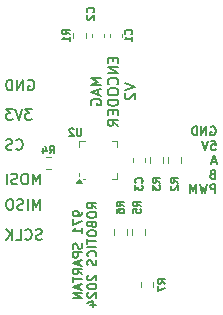
<source format=gbr>
%TF.GenerationSoftware,KiCad,Pcbnew,8.0.4-8.0.4-0~ubuntu22.04.1*%
%TF.CreationDate,2024-08-31T09:44:12-07:00*%
%TF.ProjectId,mag-encoder,6d61672d-656e-4636-9f64-65722e6b6963,2*%
%TF.SameCoordinates,Original*%
%TF.FileFunction,Legend,Bot*%
%TF.FilePolarity,Positive*%
%FSLAX46Y46*%
G04 Gerber Fmt 4.6, Leading zero omitted, Abs format (unit mm)*
G04 Created by KiCad (PCBNEW 8.0.4-8.0.4-0~ubuntu22.04.1) date 2024-08-31 09:44:12*
%MOMM*%
%LPD*%
G01*
G04 APERTURE LIST*
%ADD10C,0.152400*%
%ADD11C,0.127000*%
%ADD12C,0.120000*%
G04 APERTURE END LIST*
D10*
X223620263Y-122619677D02*
X223662596Y-122662011D01*
X223662596Y-122662011D02*
X223789596Y-122704344D01*
X223789596Y-122704344D02*
X223874263Y-122704344D01*
X223874263Y-122704344D02*
X224001263Y-122662011D01*
X224001263Y-122662011D02*
X224085930Y-122577344D01*
X224085930Y-122577344D02*
X224128263Y-122492677D01*
X224128263Y-122492677D02*
X224170596Y-122323344D01*
X224170596Y-122323344D02*
X224170596Y-122196344D01*
X224170596Y-122196344D02*
X224128263Y-122027011D01*
X224128263Y-122027011D02*
X224085930Y-121942344D01*
X224085930Y-121942344D02*
X224001263Y-121857677D01*
X224001263Y-121857677D02*
X223874263Y-121815344D01*
X223874263Y-121815344D02*
X223789596Y-121815344D01*
X223789596Y-121815344D02*
X223662596Y-121857677D01*
X223662596Y-121857677D02*
X223620263Y-121900011D01*
X223281596Y-122662011D02*
X223154596Y-122704344D01*
X223154596Y-122704344D02*
X222942930Y-122704344D01*
X222942930Y-122704344D02*
X222858263Y-122662011D01*
X222858263Y-122662011D02*
X222815930Y-122619677D01*
X222815930Y-122619677D02*
X222773596Y-122535011D01*
X222773596Y-122535011D02*
X222773596Y-122450344D01*
X222773596Y-122450344D02*
X222815930Y-122365677D01*
X222815930Y-122365677D02*
X222858263Y-122323344D01*
X222858263Y-122323344D02*
X222942930Y-122281011D01*
X222942930Y-122281011D02*
X223112263Y-122238677D01*
X223112263Y-122238677D02*
X223196930Y-122196344D01*
X223196930Y-122196344D02*
X223239263Y-122154011D01*
X223239263Y-122154011D02*
X223281596Y-122069344D01*
X223281596Y-122069344D02*
X223281596Y-121984677D01*
X223281596Y-121984677D02*
X223239263Y-121900011D01*
X223239263Y-121900011D02*
X223196930Y-121857677D01*
X223196930Y-121857677D02*
X223112263Y-121815344D01*
X223112263Y-121815344D02*
X222900596Y-121815344D01*
X222900596Y-121815344D02*
X222773596Y-121857677D01*
X224636262Y-116803077D02*
X224720929Y-116760744D01*
X224720929Y-116760744D02*
X224847929Y-116760744D01*
X224847929Y-116760744D02*
X224974929Y-116803077D01*
X224974929Y-116803077D02*
X225059596Y-116887744D01*
X225059596Y-116887744D02*
X225101929Y-116972411D01*
X225101929Y-116972411D02*
X225144262Y-117141744D01*
X225144262Y-117141744D02*
X225144262Y-117268744D01*
X225144262Y-117268744D02*
X225101929Y-117438077D01*
X225101929Y-117438077D02*
X225059596Y-117522744D01*
X225059596Y-117522744D02*
X224974929Y-117607411D01*
X224974929Y-117607411D02*
X224847929Y-117649744D01*
X224847929Y-117649744D02*
X224763262Y-117649744D01*
X224763262Y-117649744D02*
X224636262Y-117607411D01*
X224636262Y-117607411D02*
X224593929Y-117565077D01*
X224593929Y-117565077D02*
X224593929Y-117268744D01*
X224593929Y-117268744D02*
X224763262Y-117268744D01*
X224212929Y-117649744D02*
X224212929Y-116760744D01*
X224212929Y-116760744D02*
X223704929Y-117649744D01*
X223704929Y-117649744D02*
X223704929Y-116760744D01*
X223281596Y-117649744D02*
X223281596Y-116760744D01*
X223281596Y-116760744D02*
X223069929Y-116760744D01*
X223069929Y-116760744D02*
X222942929Y-116803077D01*
X222942929Y-116803077D02*
X222858263Y-116887744D01*
X222858263Y-116887744D02*
X222815929Y-116972411D01*
X222815929Y-116972411D02*
X222773596Y-117141744D01*
X222773596Y-117141744D02*
X222773596Y-117268744D01*
X222773596Y-117268744D02*
X222815929Y-117438077D01*
X222815929Y-117438077D02*
X222858263Y-117522744D01*
X222858263Y-117522744D02*
X222942929Y-117607411D01*
X222942929Y-117607411D02*
X223069929Y-117649744D01*
X223069929Y-117649744D02*
X223281596Y-117649744D01*
X225609929Y-127784344D02*
X225609929Y-126895344D01*
X225609929Y-126895344D02*
X225313596Y-127530344D01*
X225313596Y-127530344D02*
X225017262Y-126895344D01*
X225017262Y-126895344D02*
X225017262Y-127784344D01*
X224593929Y-127784344D02*
X224593929Y-126895344D01*
X224212929Y-127742011D02*
X224085929Y-127784344D01*
X224085929Y-127784344D02*
X223874263Y-127784344D01*
X223874263Y-127784344D02*
X223789596Y-127742011D01*
X223789596Y-127742011D02*
X223747263Y-127699677D01*
X223747263Y-127699677D02*
X223704929Y-127615011D01*
X223704929Y-127615011D02*
X223704929Y-127530344D01*
X223704929Y-127530344D02*
X223747263Y-127445677D01*
X223747263Y-127445677D02*
X223789596Y-127403344D01*
X223789596Y-127403344D02*
X223874263Y-127361011D01*
X223874263Y-127361011D02*
X224043596Y-127318677D01*
X224043596Y-127318677D02*
X224128263Y-127276344D01*
X224128263Y-127276344D02*
X224170596Y-127234011D01*
X224170596Y-127234011D02*
X224212929Y-127149344D01*
X224212929Y-127149344D02*
X224212929Y-127064677D01*
X224212929Y-127064677D02*
X224170596Y-126980011D01*
X224170596Y-126980011D02*
X224128263Y-126937677D01*
X224128263Y-126937677D02*
X224043596Y-126895344D01*
X224043596Y-126895344D02*
X223831929Y-126895344D01*
X223831929Y-126895344D02*
X223704929Y-126937677D01*
X223154596Y-126895344D02*
X222985262Y-126895344D01*
X222985262Y-126895344D02*
X222900596Y-126937677D01*
X222900596Y-126937677D02*
X222815929Y-127022344D01*
X222815929Y-127022344D02*
X222773596Y-127191677D01*
X222773596Y-127191677D02*
X222773596Y-127488011D01*
X222773596Y-127488011D02*
X222815929Y-127657344D01*
X222815929Y-127657344D02*
X222900596Y-127742011D01*
X222900596Y-127742011D02*
X222985262Y-127784344D01*
X222985262Y-127784344D02*
X223154596Y-127784344D01*
X223154596Y-127784344D02*
X223239262Y-127742011D01*
X223239262Y-127742011D02*
X223323929Y-127657344D01*
X223323929Y-127657344D02*
X223366262Y-127488011D01*
X223366262Y-127488011D02*
X223366262Y-127191677D01*
X223366262Y-127191677D02*
X223323929Y-127022344D01*
X223323929Y-127022344D02*
X223239262Y-126937677D01*
X223239262Y-126937677D02*
X223154596Y-126895344D01*
X224932597Y-119275344D02*
X224382263Y-119275344D01*
X224382263Y-119275344D02*
X224678597Y-119614011D01*
X224678597Y-119614011D02*
X224551597Y-119614011D01*
X224551597Y-119614011D02*
X224466930Y-119656344D01*
X224466930Y-119656344D02*
X224424597Y-119698677D01*
X224424597Y-119698677D02*
X224382263Y-119783344D01*
X224382263Y-119783344D02*
X224382263Y-119995011D01*
X224382263Y-119995011D02*
X224424597Y-120079677D01*
X224424597Y-120079677D02*
X224466930Y-120122011D01*
X224466930Y-120122011D02*
X224551597Y-120164344D01*
X224551597Y-120164344D02*
X224805597Y-120164344D01*
X224805597Y-120164344D02*
X224890263Y-120122011D01*
X224890263Y-120122011D02*
X224932597Y-120079677D01*
X224128263Y-119275344D02*
X223831930Y-120164344D01*
X223831930Y-120164344D02*
X223535596Y-119275344D01*
X223323930Y-119275344D02*
X222773596Y-119275344D01*
X222773596Y-119275344D02*
X223069930Y-119614011D01*
X223069930Y-119614011D02*
X222942930Y-119614011D01*
X222942930Y-119614011D02*
X222858263Y-119656344D01*
X222858263Y-119656344D02*
X222815930Y-119698677D01*
X222815930Y-119698677D02*
X222773596Y-119783344D01*
X222773596Y-119783344D02*
X222773596Y-119995011D01*
X222773596Y-119995011D02*
X222815930Y-120079677D01*
X222815930Y-120079677D02*
X222858263Y-120122011D01*
X222858263Y-120122011D02*
X222942930Y-120164344D01*
X222942930Y-120164344D02*
X223196930Y-120164344D01*
X223196930Y-120164344D02*
X223281596Y-120122011D01*
X223281596Y-120122011D02*
X223323930Y-120079677D01*
X240085765Y-120761722D02*
X240158337Y-120725436D01*
X240158337Y-120725436D02*
X240267194Y-120725436D01*
X240267194Y-120725436D02*
X240376051Y-120761722D01*
X240376051Y-120761722D02*
X240448622Y-120834293D01*
X240448622Y-120834293D02*
X240484908Y-120906865D01*
X240484908Y-120906865D02*
X240521194Y-121052008D01*
X240521194Y-121052008D02*
X240521194Y-121160865D01*
X240521194Y-121160865D02*
X240484908Y-121306008D01*
X240484908Y-121306008D02*
X240448622Y-121378579D01*
X240448622Y-121378579D02*
X240376051Y-121451151D01*
X240376051Y-121451151D02*
X240267194Y-121487436D01*
X240267194Y-121487436D02*
X240194622Y-121487436D01*
X240194622Y-121487436D02*
X240085765Y-121451151D01*
X240085765Y-121451151D02*
X240049479Y-121414865D01*
X240049479Y-121414865D02*
X240049479Y-121160865D01*
X240049479Y-121160865D02*
X240194622Y-121160865D01*
X239722908Y-121487436D02*
X239722908Y-120725436D01*
X239722908Y-120725436D02*
X239287479Y-121487436D01*
X239287479Y-121487436D02*
X239287479Y-120725436D01*
X238924622Y-121487436D02*
X238924622Y-120725436D01*
X238924622Y-120725436D02*
X238743193Y-120725436D01*
X238743193Y-120725436D02*
X238634336Y-120761722D01*
X238634336Y-120761722D02*
X238561765Y-120834293D01*
X238561765Y-120834293D02*
X238525479Y-120906865D01*
X238525479Y-120906865D02*
X238489193Y-121052008D01*
X238489193Y-121052008D02*
X238489193Y-121160865D01*
X238489193Y-121160865D02*
X238525479Y-121306008D01*
X238525479Y-121306008D02*
X238561765Y-121378579D01*
X238561765Y-121378579D02*
X238634336Y-121451151D01*
X238634336Y-121451151D02*
X238743193Y-121487436D01*
X238743193Y-121487436D02*
X238924622Y-121487436D01*
X240122051Y-121952213D02*
X240484908Y-121952213D01*
X240484908Y-121952213D02*
X240521194Y-122315070D01*
X240521194Y-122315070D02*
X240484908Y-122278785D01*
X240484908Y-122278785D02*
X240412337Y-122242499D01*
X240412337Y-122242499D02*
X240230908Y-122242499D01*
X240230908Y-122242499D02*
X240158337Y-122278785D01*
X240158337Y-122278785D02*
X240122051Y-122315070D01*
X240122051Y-122315070D02*
X240085765Y-122387642D01*
X240085765Y-122387642D02*
X240085765Y-122569070D01*
X240085765Y-122569070D02*
X240122051Y-122641642D01*
X240122051Y-122641642D02*
X240158337Y-122677928D01*
X240158337Y-122677928D02*
X240230908Y-122714213D01*
X240230908Y-122714213D02*
X240412337Y-122714213D01*
X240412337Y-122714213D02*
X240484908Y-122677928D01*
X240484908Y-122677928D02*
X240521194Y-122641642D01*
X239868051Y-121952213D02*
X239614051Y-122714213D01*
X239614051Y-122714213D02*
X239360051Y-121952213D01*
X240521194Y-123723276D02*
X240158337Y-123723276D01*
X240593765Y-123940990D02*
X240339765Y-123178990D01*
X240339765Y-123178990D02*
X240085765Y-123940990D01*
X240230908Y-124768624D02*
X240122051Y-124804910D01*
X240122051Y-124804910D02*
X240085765Y-124841196D01*
X240085765Y-124841196D02*
X240049479Y-124913767D01*
X240049479Y-124913767D02*
X240049479Y-125022624D01*
X240049479Y-125022624D02*
X240085765Y-125095196D01*
X240085765Y-125095196D02*
X240122051Y-125131482D01*
X240122051Y-125131482D02*
X240194622Y-125167767D01*
X240194622Y-125167767D02*
X240484908Y-125167767D01*
X240484908Y-125167767D02*
X240484908Y-124405767D01*
X240484908Y-124405767D02*
X240230908Y-124405767D01*
X240230908Y-124405767D02*
X240158337Y-124442053D01*
X240158337Y-124442053D02*
X240122051Y-124478339D01*
X240122051Y-124478339D02*
X240085765Y-124550910D01*
X240085765Y-124550910D02*
X240085765Y-124623482D01*
X240085765Y-124623482D02*
X240122051Y-124696053D01*
X240122051Y-124696053D02*
X240158337Y-124732339D01*
X240158337Y-124732339D02*
X240230908Y-124768624D01*
X240230908Y-124768624D02*
X240484908Y-124768624D01*
X240484908Y-126394544D02*
X240484908Y-125632544D01*
X240484908Y-125632544D02*
X240194622Y-125632544D01*
X240194622Y-125632544D02*
X240122051Y-125668830D01*
X240122051Y-125668830D02*
X240085765Y-125705116D01*
X240085765Y-125705116D02*
X240049479Y-125777687D01*
X240049479Y-125777687D02*
X240049479Y-125886544D01*
X240049479Y-125886544D02*
X240085765Y-125959116D01*
X240085765Y-125959116D02*
X240122051Y-125995401D01*
X240122051Y-125995401D02*
X240194622Y-126031687D01*
X240194622Y-126031687D02*
X240484908Y-126031687D01*
X239795479Y-125632544D02*
X239614051Y-126394544D01*
X239614051Y-126394544D02*
X239468908Y-125850259D01*
X239468908Y-125850259D02*
X239323765Y-126394544D01*
X239323765Y-126394544D02*
X239142337Y-125632544D01*
X238852051Y-126394544D02*
X238852051Y-125632544D01*
X238852051Y-125632544D02*
X238598051Y-126176830D01*
X238598051Y-126176830D02*
X238344051Y-125632544D01*
X238344051Y-125632544D02*
X238344051Y-126394544D01*
X229187160Y-127943429D02*
X229187160Y-128088572D01*
X229187160Y-128088572D02*
X229150875Y-128161143D01*
X229150875Y-128161143D02*
X229114589Y-128197429D01*
X229114589Y-128197429D02*
X229005732Y-128270000D01*
X229005732Y-128270000D02*
X228860589Y-128306286D01*
X228860589Y-128306286D02*
X228570303Y-128306286D01*
X228570303Y-128306286D02*
X228497732Y-128270000D01*
X228497732Y-128270000D02*
X228461446Y-128233715D01*
X228461446Y-128233715D02*
X228425160Y-128161143D01*
X228425160Y-128161143D02*
X228425160Y-128016000D01*
X228425160Y-128016000D02*
X228461446Y-127943429D01*
X228461446Y-127943429D02*
X228497732Y-127907143D01*
X228497732Y-127907143D02*
X228570303Y-127870857D01*
X228570303Y-127870857D02*
X228751732Y-127870857D01*
X228751732Y-127870857D02*
X228824303Y-127907143D01*
X228824303Y-127907143D02*
X228860589Y-127943429D01*
X228860589Y-127943429D02*
X228896875Y-128016000D01*
X228896875Y-128016000D02*
X228896875Y-128161143D01*
X228896875Y-128161143D02*
X228860589Y-128233715D01*
X228860589Y-128233715D02*
X228824303Y-128270000D01*
X228824303Y-128270000D02*
X228751732Y-128306286D01*
X228425160Y-128560286D02*
X228425160Y-129068286D01*
X228425160Y-129068286D02*
X229187160Y-128741714D01*
X229187160Y-129757714D02*
X229187160Y-129322285D01*
X229187160Y-129540000D02*
X228425160Y-129540000D01*
X228425160Y-129540000D02*
X228534017Y-129467428D01*
X228534017Y-129467428D02*
X228606589Y-129394857D01*
X228606589Y-129394857D02*
X228642875Y-129322285D01*
X229150875Y-130628570D02*
X229187160Y-130737428D01*
X229187160Y-130737428D02*
X229187160Y-130918856D01*
X229187160Y-130918856D02*
X229150875Y-130991428D01*
X229150875Y-130991428D02*
X229114589Y-131027713D01*
X229114589Y-131027713D02*
X229042017Y-131063999D01*
X229042017Y-131063999D02*
X228969446Y-131063999D01*
X228969446Y-131063999D02*
X228896875Y-131027713D01*
X228896875Y-131027713D02*
X228860589Y-130991428D01*
X228860589Y-130991428D02*
X228824303Y-130918856D01*
X228824303Y-130918856D02*
X228788017Y-130773713D01*
X228788017Y-130773713D02*
X228751732Y-130701142D01*
X228751732Y-130701142D02*
X228715446Y-130664856D01*
X228715446Y-130664856D02*
X228642875Y-130628570D01*
X228642875Y-130628570D02*
X228570303Y-130628570D01*
X228570303Y-130628570D02*
X228497732Y-130664856D01*
X228497732Y-130664856D02*
X228461446Y-130701142D01*
X228461446Y-130701142D02*
X228425160Y-130773713D01*
X228425160Y-130773713D02*
X228425160Y-130955142D01*
X228425160Y-130955142D02*
X228461446Y-131063999D01*
X229187160Y-131390570D02*
X228425160Y-131390570D01*
X228425160Y-131390570D02*
X228425160Y-131680856D01*
X228425160Y-131680856D02*
X228461446Y-131753427D01*
X228461446Y-131753427D02*
X228497732Y-131789713D01*
X228497732Y-131789713D02*
X228570303Y-131825999D01*
X228570303Y-131825999D02*
X228679160Y-131825999D01*
X228679160Y-131825999D02*
X228751732Y-131789713D01*
X228751732Y-131789713D02*
X228788017Y-131753427D01*
X228788017Y-131753427D02*
X228824303Y-131680856D01*
X228824303Y-131680856D02*
X228824303Y-131390570D01*
X228969446Y-132116284D02*
X228969446Y-132479142D01*
X229187160Y-132043713D02*
X228425160Y-132297713D01*
X228425160Y-132297713D02*
X229187160Y-132551713D01*
X229187160Y-133241142D02*
X228824303Y-132987142D01*
X229187160Y-132805713D02*
X228425160Y-132805713D01*
X228425160Y-132805713D02*
X228425160Y-133095999D01*
X228425160Y-133095999D02*
X228461446Y-133168570D01*
X228461446Y-133168570D02*
X228497732Y-133204856D01*
X228497732Y-133204856D02*
X228570303Y-133241142D01*
X228570303Y-133241142D02*
X228679160Y-133241142D01*
X228679160Y-133241142D02*
X228751732Y-133204856D01*
X228751732Y-133204856D02*
X228788017Y-133168570D01*
X228788017Y-133168570D02*
X228824303Y-133095999D01*
X228824303Y-133095999D02*
X228824303Y-132805713D01*
X228425160Y-133458856D02*
X228425160Y-133894285D01*
X229187160Y-133676570D02*
X228425160Y-133676570D01*
X228969446Y-134111998D02*
X228969446Y-134474856D01*
X229187160Y-134039427D02*
X228425160Y-134293427D01*
X228425160Y-134293427D02*
X229187160Y-134547427D01*
X229187160Y-134801427D02*
X228425160Y-134801427D01*
X228425160Y-134801427D02*
X229187160Y-135236856D01*
X229187160Y-135236856D02*
X228425160Y-135236856D01*
X230413937Y-127671287D02*
X230051080Y-127417287D01*
X230413937Y-127235858D02*
X229651937Y-127235858D01*
X229651937Y-127235858D02*
X229651937Y-127526144D01*
X229651937Y-127526144D02*
X229688223Y-127598715D01*
X229688223Y-127598715D02*
X229724509Y-127635001D01*
X229724509Y-127635001D02*
X229797080Y-127671287D01*
X229797080Y-127671287D02*
X229905937Y-127671287D01*
X229905937Y-127671287D02*
X229978509Y-127635001D01*
X229978509Y-127635001D02*
X230014794Y-127598715D01*
X230014794Y-127598715D02*
X230051080Y-127526144D01*
X230051080Y-127526144D02*
X230051080Y-127235858D01*
X229651937Y-128143001D02*
X229651937Y-128288144D01*
X229651937Y-128288144D02*
X229688223Y-128360715D01*
X229688223Y-128360715D02*
X229760794Y-128433287D01*
X229760794Y-128433287D02*
X229905937Y-128469572D01*
X229905937Y-128469572D02*
X230159937Y-128469572D01*
X230159937Y-128469572D02*
X230305080Y-128433287D01*
X230305080Y-128433287D02*
X230377652Y-128360715D01*
X230377652Y-128360715D02*
X230413937Y-128288144D01*
X230413937Y-128288144D02*
X230413937Y-128143001D01*
X230413937Y-128143001D02*
X230377652Y-128070430D01*
X230377652Y-128070430D02*
X230305080Y-127997858D01*
X230305080Y-127997858D02*
X230159937Y-127961572D01*
X230159937Y-127961572D02*
X229905937Y-127961572D01*
X229905937Y-127961572D02*
X229760794Y-127997858D01*
X229760794Y-127997858D02*
X229688223Y-128070430D01*
X229688223Y-128070430D02*
X229651937Y-128143001D01*
X230014794Y-129050144D02*
X230051080Y-129159001D01*
X230051080Y-129159001D02*
X230087366Y-129195287D01*
X230087366Y-129195287D02*
X230159937Y-129231573D01*
X230159937Y-129231573D02*
X230268794Y-129231573D01*
X230268794Y-129231573D02*
X230341366Y-129195287D01*
X230341366Y-129195287D02*
X230377652Y-129159001D01*
X230377652Y-129159001D02*
X230413937Y-129086430D01*
X230413937Y-129086430D02*
X230413937Y-128796144D01*
X230413937Y-128796144D02*
X229651937Y-128796144D01*
X229651937Y-128796144D02*
X229651937Y-129050144D01*
X229651937Y-129050144D02*
X229688223Y-129122716D01*
X229688223Y-129122716D02*
X229724509Y-129159001D01*
X229724509Y-129159001D02*
X229797080Y-129195287D01*
X229797080Y-129195287D02*
X229869652Y-129195287D01*
X229869652Y-129195287D02*
X229942223Y-129159001D01*
X229942223Y-129159001D02*
X229978509Y-129122716D01*
X229978509Y-129122716D02*
X230014794Y-129050144D01*
X230014794Y-129050144D02*
X230014794Y-128796144D01*
X229651937Y-129703287D02*
X229651937Y-129848430D01*
X229651937Y-129848430D02*
X229688223Y-129921001D01*
X229688223Y-129921001D02*
X229760794Y-129993573D01*
X229760794Y-129993573D02*
X229905937Y-130029858D01*
X229905937Y-130029858D02*
X230159937Y-130029858D01*
X230159937Y-130029858D02*
X230305080Y-129993573D01*
X230305080Y-129993573D02*
X230377652Y-129921001D01*
X230377652Y-129921001D02*
X230413937Y-129848430D01*
X230413937Y-129848430D02*
X230413937Y-129703287D01*
X230413937Y-129703287D02*
X230377652Y-129630716D01*
X230377652Y-129630716D02*
X230305080Y-129558144D01*
X230305080Y-129558144D02*
X230159937Y-129521858D01*
X230159937Y-129521858D02*
X229905937Y-129521858D01*
X229905937Y-129521858D02*
X229760794Y-129558144D01*
X229760794Y-129558144D02*
X229688223Y-129630716D01*
X229688223Y-129630716D02*
X229651937Y-129703287D01*
X229651937Y-130247573D02*
X229651937Y-130683002D01*
X230413937Y-130465287D02*
X229651937Y-130465287D01*
X230413937Y-130937001D02*
X229651937Y-130937001D01*
X230341366Y-131735287D02*
X230377652Y-131699001D01*
X230377652Y-131699001D02*
X230413937Y-131590144D01*
X230413937Y-131590144D02*
X230413937Y-131517572D01*
X230413937Y-131517572D02*
X230377652Y-131408715D01*
X230377652Y-131408715D02*
X230305080Y-131336144D01*
X230305080Y-131336144D02*
X230232509Y-131299858D01*
X230232509Y-131299858D02*
X230087366Y-131263572D01*
X230087366Y-131263572D02*
X229978509Y-131263572D01*
X229978509Y-131263572D02*
X229833366Y-131299858D01*
X229833366Y-131299858D02*
X229760794Y-131336144D01*
X229760794Y-131336144D02*
X229688223Y-131408715D01*
X229688223Y-131408715D02*
X229651937Y-131517572D01*
X229651937Y-131517572D02*
X229651937Y-131590144D01*
X229651937Y-131590144D02*
X229688223Y-131699001D01*
X229688223Y-131699001D02*
X229724509Y-131735287D01*
X230377652Y-132025572D02*
X230413937Y-132134430D01*
X230413937Y-132134430D02*
X230413937Y-132315858D01*
X230413937Y-132315858D02*
X230377652Y-132388430D01*
X230377652Y-132388430D02*
X230341366Y-132424715D01*
X230341366Y-132424715D02*
X230268794Y-132461001D01*
X230268794Y-132461001D02*
X230196223Y-132461001D01*
X230196223Y-132461001D02*
X230123652Y-132424715D01*
X230123652Y-132424715D02*
X230087366Y-132388430D01*
X230087366Y-132388430D02*
X230051080Y-132315858D01*
X230051080Y-132315858D02*
X230014794Y-132170715D01*
X230014794Y-132170715D02*
X229978509Y-132098144D01*
X229978509Y-132098144D02*
X229942223Y-132061858D01*
X229942223Y-132061858D02*
X229869652Y-132025572D01*
X229869652Y-132025572D02*
X229797080Y-132025572D01*
X229797080Y-132025572D02*
X229724509Y-132061858D01*
X229724509Y-132061858D02*
X229688223Y-132098144D01*
X229688223Y-132098144D02*
X229651937Y-132170715D01*
X229651937Y-132170715D02*
X229651937Y-132352144D01*
X229651937Y-132352144D02*
X229688223Y-132461001D01*
X229724509Y-133331857D02*
X229688223Y-133368143D01*
X229688223Y-133368143D02*
X229651937Y-133440715D01*
X229651937Y-133440715D02*
X229651937Y-133622143D01*
X229651937Y-133622143D02*
X229688223Y-133694715D01*
X229688223Y-133694715D02*
X229724509Y-133731000D01*
X229724509Y-133731000D02*
X229797080Y-133767286D01*
X229797080Y-133767286D02*
X229869652Y-133767286D01*
X229869652Y-133767286D02*
X229978509Y-133731000D01*
X229978509Y-133731000D02*
X230413937Y-133295572D01*
X230413937Y-133295572D02*
X230413937Y-133767286D01*
X229651937Y-134239000D02*
X229651937Y-134311571D01*
X229651937Y-134311571D02*
X229688223Y-134384143D01*
X229688223Y-134384143D02*
X229724509Y-134420429D01*
X229724509Y-134420429D02*
X229797080Y-134456714D01*
X229797080Y-134456714D02*
X229942223Y-134493000D01*
X229942223Y-134493000D02*
X230123652Y-134493000D01*
X230123652Y-134493000D02*
X230268794Y-134456714D01*
X230268794Y-134456714D02*
X230341366Y-134420429D01*
X230341366Y-134420429D02*
X230377652Y-134384143D01*
X230377652Y-134384143D02*
X230413937Y-134311571D01*
X230413937Y-134311571D02*
X230413937Y-134239000D01*
X230413937Y-134239000D02*
X230377652Y-134166429D01*
X230377652Y-134166429D02*
X230341366Y-134130143D01*
X230341366Y-134130143D02*
X230268794Y-134093857D01*
X230268794Y-134093857D02*
X230123652Y-134057571D01*
X230123652Y-134057571D02*
X229942223Y-134057571D01*
X229942223Y-134057571D02*
X229797080Y-134093857D01*
X229797080Y-134093857D02*
X229724509Y-134130143D01*
X229724509Y-134130143D02*
X229688223Y-134166429D01*
X229688223Y-134166429D02*
X229651937Y-134239000D01*
X229724509Y-134783285D02*
X229688223Y-134819571D01*
X229688223Y-134819571D02*
X229651937Y-134892143D01*
X229651937Y-134892143D02*
X229651937Y-135073571D01*
X229651937Y-135073571D02*
X229688223Y-135146143D01*
X229688223Y-135146143D02*
X229724509Y-135182428D01*
X229724509Y-135182428D02*
X229797080Y-135218714D01*
X229797080Y-135218714D02*
X229869652Y-135218714D01*
X229869652Y-135218714D02*
X229978509Y-135182428D01*
X229978509Y-135182428D02*
X230413937Y-134747000D01*
X230413937Y-134747000D02*
X230413937Y-135218714D01*
X229905937Y-135871857D02*
X230413937Y-135871857D01*
X229615652Y-135690428D02*
X230159937Y-135508999D01*
X230159937Y-135508999D02*
X230159937Y-135980714D01*
X225609929Y-125625344D02*
X225609929Y-124736344D01*
X225609929Y-124736344D02*
X225313596Y-125371344D01*
X225313596Y-125371344D02*
X225017262Y-124736344D01*
X225017262Y-124736344D02*
X225017262Y-125625344D01*
X224424596Y-124736344D02*
X224255262Y-124736344D01*
X224255262Y-124736344D02*
X224170596Y-124778677D01*
X224170596Y-124778677D02*
X224085929Y-124863344D01*
X224085929Y-124863344D02*
X224043596Y-125032677D01*
X224043596Y-125032677D02*
X224043596Y-125329011D01*
X224043596Y-125329011D02*
X224085929Y-125498344D01*
X224085929Y-125498344D02*
X224170596Y-125583011D01*
X224170596Y-125583011D02*
X224255262Y-125625344D01*
X224255262Y-125625344D02*
X224424596Y-125625344D01*
X224424596Y-125625344D02*
X224509262Y-125583011D01*
X224509262Y-125583011D02*
X224593929Y-125498344D01*
X224593929Y-125498344D02*
X224636262Y-125329011D01*
X224636262Y-125329011D02*
X224636262Y-125032677D01*
X224636262Y-125032677D02*
X224593929Y-124863344D01*
X224593929Y-124863344D02*
X224509262Y-124778677D01*
X224509262Y-124778677D02*
X224424596Y-124736344D01*
X223704929Y-125583011D02*
X223577929Y-125625344D01*
X223577929Y-125625344D02*
X223366263Y-125625344D01*
X223366263Y-125625344D02*
X223281596Y-125583011D01*
X223281596Y-125583011D02*
X223239263Y-125540677D01*
X223239263Y-125540677D02*
X223196929Y-125456011D01*
X223196929Y-125456011D02*
X223196929Y-125371344D01*
X223196929Y-125371344D02*
X223239263Y-125286677D01*
X223239263Y-125286677D02*
X223281596Y-125244344D01*
X223281596Y-125244344D02*
X223366263Y-125202011D01*
X223366263Y-125202011D02*
X223535596Y-125159677D01*
X223535596Y-125159677D02*
X223620263Y-125117344D01*
X223620263Y-125117344D02*
X223662596Y-125075011D01*
X223662596Y-125075011D02*
X223704929Y-124990344D01*
X223704929Y-124990344D02*
X223704929Y-124905677D01*
X223704929Y-124905677D02*
X223662596Y-124821011D01*
X223662596Y-124821011D02*
X223620263Y-124778677D01*
X223620263Y-124778677D02*
X223535596Y-124736344D01*
X223535596Y-124736344D02*
X223323929Y-124736344D01*
X223323929Y-124736344D02*
X223196929Y-124778677D01*
X222815929Y-125625344D02*
X222815929Y-124736344D01*
X230823304Y-116657966D02*
X229934304Y-116657966D01*
X229934304Y-116657966D02*
X230569304Y-116954300D01*
X230569304Y-116954300D02*
X229934304Y-117250633D01*
X229934304Y-117250633D02*
X230823304Y-117250633D01*
X230569304Y-117631633D02*
X230569304Y-118054966D01*
X230823304Y-117546966D02*
X229934304Y-117843300D01*
X229934304Y-117843300D02*
X230823304Y-118139633D01*
X229976637Y-118901633D02*
X229934304Y-118816966D01*
X229934304Y-118816966D02*
X229934304Y-118689966D01*
X229934304Y-118689966D02*
X229976637Y-118562966D01*
X229976637Y-118562966D02*
X230061304Y-118478300D01*
X230061304Y-118478300D02*
X230145971Y-118435966D01*
X230145971Y-118435966D02*
X230315304Y-118393633D01*
X230315304Y-118393633D02*
X230442304Y-118393633D01*
X230442304Y-118393633D02*
X230611637Y-118435966D01*
X230611637Y-118435966D02*
X230696304Y-118478300D01*
X230696304Y-118478300D02*
X230780971Y-118562966D01*
X230780971Y-118562966D02*
X230823304Y-118689966D01*
X230823304Y-118689966D02*
X230823304Y-118774633D01*
X230823304Y-118774633D02*
X230780971Y-118901633D01*
X230780971Y-118901633D02*
X230738637Y-118943966D01*
X230738637Y-118943966D02*
X230442304Y-118943966D01*
X230442304Y-118943966D02*
X230442304Y-118774633D01*
X231788877Y-114922300D02*
X231788877Y-115218634D01*
X232254544Y-115345634D02*
X232254544Y-114922300D01*
X232254544Y-114922300D02*
X231365544Y-114922300D01*
X231365544Y-114922300D02*
X231365544Y-115345634D01*
X232254544Y-115726633D02*
X231365544Y-115726633D01*
X231365544Y-115726633D02*
X232254544Y-116234633D01*
X232254544Y-116234633D02*
X231365544Y-116234633D01*
X232169877Y-117165966D02*
X232212211Y-117123633D01*
X232212211Y-117123633D02*
X232254544Y-116996633D01*
X232254544Y-116996633D02*
X232254544Y-116911966D01*
X232254544Y-116911966D02*
X232212211Y-116784966D01*
X232212211Y-116784966D02*
X232127544Y-116700300D01*
X232127544Y-116700300D02*
X232042877Y-116657966D01*
X232042877Y-116657966D02*
X231873544Y-116615633D01*
X231873544Y-116615633D02*
X231746544Y-116615633D01*
X231746544Y-116615633D02*
X231577211Y-116657966D01*
X231577211Y-116657966D02*
X231492544Y-116700300D01*
X231492544Y-116700300D02*
X231407877Y-116784966D01*
X231407877Y-116784966D02*
X231365544Y-116911966D01*
X231365544Y-116911966D02*
X231365544Y-116996633D01*
X231365544Y-116996633D02*
X231407877Y-117123633D01*
X231407877Y-117123633D02*
X231450211Y-117165966D01*
X231365544Y-117716300D02*
X231365544Y-117885633D01*
X231365544Y-117885633D02*
X231407877Y-117970300D01*
X231407877Y-117970300D02*
X231492544Y-118054966D01*
X231492544Y-118054966D02*
X231661877Y-118097300D01*
X231661877Y-118097300D02*
X231958211Y-118097300D01*
X231958211Y-118097300D02*
X232127544Y-118054966D01*
X232127544Y-118054966D02*
X232212211Y-117970300D01*
X232212211Y-117970300D02*
X232254544Y-117885633D01*
X232254544Y-117885633D02*
X232254544Y-117716300D01*
X232254544Y-117716300D02*
X232212211Y-117631633D01*
X232212211Y-117631633D02*
X232127544Y-117546966D01*
X232127544Y-117546966D02*
X231958211Y-117504633D01*
X231958211Y-117504633D02*
X231661877Y-117504633D01*
X231661877Y-117504633D02*
X231492544Y-117546966D01*
X231492544Y-117546966D02*
X231407877Y-117631633D01*
X231407877Y-117631633D02*
X231365544Y-117716300D01*
X232254544Y-118478299D02*
X231365544Y-118478299D01*
X231365544Y-118478299D02*
X231365544Y-118689966D01*
X231365544Y-118689966D02*
X231407877Y-118816966D01*
X231407877Y-118816966D02*
X231492544Y-118901633D01*
X231492544Y-118901633D02*
X231577211Y-118943966D01*
X231577211Y-118943966D02*
X231746544Y-118986299D01*
X231746544Y-118986299D02*
X231873544Y-118986299D01*
X231873544Y-118986299D02*
X232042877Y-118943966D01*
X232042877Y-118943966D02*
X232127544Y-118901633D01*
X232127544Y-118901633D02*
X232212211Y-118816966D01*
X232212211Y-118816966D02*
X232254544Y-118689966D01*
X232254544Y-118689966D02*
X232254544Y-118478299D01*
X231788877Y-119367299D02*
X231788877Y-119663633D01*
X232254544Y-119790633D02*
X232254544Y-119367299D01*
X232254544Y-119367299D02*
X231365544Y-119367299D01*
X231365544Y-119367299D02*
X231365544Y-119790633D01*
X232254544Y-120679632D02*
X231831211Y-120383299D01*
X232254544Y-120171632D02*
X231365544Y-120171632D01*
X231365544Y-120171632D02*
X231365544Y-120510299D01*
X231365544Y-120510299D02*
X231407877Y-120594966D01*
X231407877Y-120594966D02*
X231450211Y-120637299D01*
X231450211Y-120637299D02*
X231534877Y-120679632D01*
X231534877Y-120679632D02*
X231661877Y-120679632D01*
X231661877Y-120679632D02*
X231746544Y-120637299D01*
X231746544Y-120637299D02*
X231788877Y-120594966D01*
X231788877Y-120594966D02*
X231831211Y-120510299D01*
X231831211Y-120510299D02*
X231831211Y-120171632D01*
X232796784Y-117060133D02*
X233685784Y-117356467D01*
X233685784Y-117356467D02*
X232796784Y-117652800D01*
X232881451Y-117906800D02*
X232839117Y-117949133D01*
X232839117Y-117949133D02*
X232796784Y-118033800D01*
X232796784Y-118033800D02*
X232796784Y-118245467D01*
X232796784Y-118245467D02*
X232839117Y-118330133D01*
X232839117Y-118330133D02*
X232881451Y-118372467D01*
X232881451Y-118372467D02*
X232966117Y-118414800D01*
X232966117Y-118414800D02*
X233050784Y-118414800D01*
X233050784Y-118414800D02*
X233177784Y-118372467D01*
X233177784Y-118372467D02*
X233685784Y-117864467D01*
X233685784Y-117864467D02*
X233685784Y-118414800D01*
X225779263Y-130282011D02*
X225652263Y-130324344D01*
X225652263Y-130324344D02*
X225440597Y-130324344D01*
X225440597Y-130324344D02*
X225355930Y-130282011D01*
X225355930Y-130282011D02*
X225313597Y-130239677D01*
X225313597Y-130239677D02*
X225271263Y-130155011D01*
X225271263Y-130155011D02*
X225271263Y-130070344D01*
X225271263Y-130070344D02*
X225313597Y-129985677D01*
X225313597Y-129985677D02*
X225355930Y-129943344D01*
X225355930Y-129943344D02*
X225440597Y-129901011D01*
X225440597Y-129901011D02*
X225609930Y-129858677D01*
X225609930Y-129858677D02*
X225694597Y-129816344D01*
X225694597Y-129816344D02*
X225736930Y-129774011D01*
X225736930Y-129774011D02*
X225779263Y-129689344D01*
X225779263Y-129689344D02*
X225779263Y-129604677D01*
X225779263Y-129604677D02*
X225736930Y-129520011D01*
X225736930Y-129520011D02*
X225694597Y-129477677D01*
X225694597Y-129477677D02*
X225609930Y-129435344D01*
X225609930Y-129435344D02*
X225398263Y-129435344D01*
X225398263Y-129435344D02*
X225271263Y-129477677D01*
X224382263Y-130239677D02*
X224424596Y-130282011D01*
X224424596Y-130282011D02*
X224551596Y-130324344D01*
X224551596Y-130324344D02*
X224636263Y-130324344D01*
X224636263Y-130324344D02*
X224763263Y-130282011D01*
X224763263Y-130282011D02*
X224847930Y-130197344D01*
X224847930Y-130197344D02*
X224890263Y-130112677D01*
X224890263Y-130112677D02*
X224932596Y-129943344D01*
X224932596Y-129943344D02*
X224932596Y-129816344D01*
X224932596Y-129816344D02*
X224890263Y-129647011D01*
X224890263Y-129647011D02*
X224847930Y-129562344D01*
X224847930Y-129562344D02*
X224763263Y-129477677D01*
X224763263Y-129477677D02*
X224636263Y-129435344D01*
X224636263Y-129435344D02*
X224551596Y-129435344D01*
X224551596Y-129435344D02*
X224424596Y-129477677D01*
X224424596Y-129477677D02*
X224382263Y-129520011D01*
X223577930Y-130324344D02*
X224001263Y-130324344D01*
X224001263Y-130324344D02*
X224001263Y-129435344D01*
X223281596Y-130324344D02*
X223281596Y-129435344D01*
X222773596Y-130324344D02*
X223154596Y-129816344D01*
X222773596Y-129435344D02*
X223281596Y-129943344D01*
D11*
X226445233Y-123019959D02*
X226656900Y-122717578D01*
X226808090Y-123019959D02*
X226808090Y-122384959D01*
X226808090Y-122384959D02*
X226566185Y-122384959D01*
X226566185Y-122384959D02*
X226505709Y-122415197D01*
X226505709Y-122415197D02*
X226475471Y-122445435D01*
X226475471Y-122445435D02*
X226445233Y-122505911D01*
X226445233Y-122505911D02*
X226445233Y-122596625D01*
X226445233Y-122596625D02*
X226475471Y-122657101D01*
X226475471Y-122657101D02*
X226505709Y-122687340D01*
X226505709Y-122687340D02*
X226566185Y-122717578D01*
X226566185Y-122717578D02*
X226808090Y-122717578D01*
X225900947Y-122596625D02*
X225900947Y-123019959D01*
X226052138Y-122354721D02*
X226203328Y-122808292D01*
X226203328Y-122808292D02*
X225810233Y-122808292D01*
X234262282Y-125497166D02*
X234292521Y-125466928D01*
X234292521Y-125466928D02*
X234322759Y-125376214D01*
X234322759Y-125376214D02*
X234322759Y-125315738D01*
X234322759Y-125315738D02*
X234292521Y-125225023D01*
X234292521Y-125225023D02*
X234232044Y-125164547D01*
X234232044Y-125164547D02*
X234171568Y-125134309D01*
X234171568Y-125134309D02*
X234050616Y-125104071D01*
X234050616Y-125104071D02*
X233959901Y-125104071D01*
X233959901Y-125104071D02*
X233838949Y-125134309D01*
X233838949Y-125134309D02*
X233778473Y-125164547D01*
X233778473Y-125164547D02*
X233717997Y-125225023D01*
X233717997Y-125225023D02*
X233687759Y-125315738D01*
X233687759Y-125315738D02*
X233687759Y-125376214D01*
X233687759Y-125376214D02*
X233717997Y-125466928D01*
X233717997Y-125466928D02*
X233748235Y-125497166D01*
X233687759Y-125708833D02*
X233687759Y-126101928D01*
X233687759Y-126101928D02*
X233929663Y-125890261D01*
X233929663Y-125890261D02*
X233929663Y-125980976D01*
X233929663Y-125980976D02*
X233959901Y-126041452D01*
X233959901Y-126041452D02*
X233990140Y-126071690D01*
X233990140Y-126071690D02*
X234050616Y-126101928D01*
X234050616Y-126101928D02*
X234201806Y-126101928D01*
X234201806Y-126101928D02*
X234262282Y-126071690D01*
X234262282Y-126071690D02*
X234292521Y-126041452D01*
X234292521Y-126041452D02*
X234322759Y-125980976D01*
X234322759Y-125980976D02*
X234322759Y-125799547D01*
X234322759Y-125799547D02*
X234292521Y-125739071D01*
X234292521Y-125739071D02*
X234262282Y-125708833D01*
X230147482Y-111069966D02*
X230177721Y-111039728D01*
X230177721Y-111039728D02*
X230207959Y-110949014D01*
X230207959Y-110949014D02*
X230207959Y-110888538D01*
X230207959Y-110888538D02*
X230177721Y-110797823D01*
X230177721Y-110797823D02*
X230117244Y-110737347D01*
X230117244Y-110737347D02*
X230056768Y-110707109D01*
X230056768Y-110707109D02*
X229935816Y-110676871D01*
X229935816Y-110676871D02*
X229845101Y-110676871D01*
X229845101Y-110676871D02*
X229724149Y-110707109D01*
X229724149Y-110707109D02*
X229663673Y-110737347D01*
X229663673Y-110737347D02*
X229603197Y-110797823D01*
X229603197Y-110797823D02*
X229572959Y-110888538D01*
X229572959Y-110888538D02*
X229572959Y-110949014D01*
X229572959Y-110949014D02*
X229603197Y-111039728D01*
X229603197Y-111039728D02*
X229633435Y-111069966D01*
X229633435Y-111311871D02*
X229603197Y-111342109D01*
X229603197Y-111342109D02*
X229572959Y-111402585D01*
X229572959Y-111402585D02*
X229572959Y-111553776D01*
X229572959Y-111553776D02*
X229603197Y-111614252D01*
X229603197Y-111614252D02*
X229633435Y-111644490D01*
X229633435Y-111644490D02*
X229693911Y-111674728D01*
X229693911Y-111674728D02*
X229754387Y-111674728D01*
X229754387Y-111674728D02*
X229845101Y-111644490D01*
X229845101Y-111644490D02*
X230207959Y-111281633D01*
X230207959Y-111281633D02*
X230207959Y-111674728D01*
X232747959Y-127478366D02*
X232445578Y-127266699D01*
X232747959Y-127115509D02*
X232112959Y-127115509D01*
X232112959Y-127115509D02*
X232112959Y-127357414D01*
X232112959Y-127357414D02*
X232143197Y-127417890D01*
X232143197Y-127417890D02*
X232173435Y-127448128D01*
X232173435Y-127448128D02*
X232233911Y-127478366D01*
X232233911Y-127478366D02*
X232324625Y-127478366D01*
X232324625Y-127478366D02*
X232385101Y-127448128D01*
X232385101Y-127448128D02*
X232415340Y-127417890D01*
X232415340Y-127417890D02*
X232445578Y-127357414D01*
X232445578Y-127357414D02*
X232445578Y-127115509D01*
X232112959Y-128022652D02*
X232112959Y-127901699D01*
X232112959Y-127901699D02*
X232143197Y-127841223D01*
X232143197Y-127841223D02*
X232173435Y-127810985D01*
X232173435Y-127810985D02*
X232264149Y-127750509D01*
X232264149Y-127750509D02*
X232385101Y-127720271D01*
X232385101Y-127720271D02*
X232627006Y-127720271D01*
X232627006Y-127720271D02*
X232687482Y-127750509D01*
X232687482Y-127750509D02*
X232717721Y-127780747D01*
X232717721Y-127780747D02*
X232747959Y-127841223D01*
X232747959Y-127841223D02*
X232747959Y-127962176D01*
X232747959Y-127962176D02*
X232717721Y-128022652D01*
X232717721Y-128022652D02*
X232687482Y-128052890D01*
X232687482Y-128052890D02*
X232627006Y-128083128D01*
X232627006Y-128083128D02*
X232475816Y-128083128D01*
X232475816Y-128083128D02*
X232415340Y-128052890D01*
X232415340Y-128052890D02*
X232385101Y-128022652D01*
X232385101Y-128022652D02*
X232354863Y-127962176D01*
X232354863Y-127962176D02*
X232354863Y-127841223D01*
X232354863Y-127841223D02*
X232385101Y-127780747D01*
X232385101Y-127780747D02*
X232415340Y-127750509D01*
X232415340Y-127750509D02*
X232475816Y-127720271D01*
X236227759Y-134031566D02*
X235925378Y-133819899D01*
X236227759Y-133668709D02*
X235592759Y-133668709D01*
X235592759Y-133668709D02*
X235592759Y-133910614D01*
X235592759Y-133910614D02*
X235622997Y-133971090D01*
X235622997Y-133971090D02*
X235653235Y-134001328D01*
X235653235Y-134001328D02*
X235713711Y-134031566D01*
X235713711Y-134031566D02*
X235804425Y-134031566D01*
X235804425Y-134031566D02*
X235864901Y-134001328D01*
X235864901Y-134001328D02*
X235895140Y-133971090D01*
X235895140Y-133971090D02*
X235925378Y-133910614D01*
X235925378Y-133910614D02*
X235925378Y-133668709D01*
X235592759Y-134243233D02*
X235592759Y-134666566D01*
X235592759Y-134666566D02*
X236227759Y-134394423D01*
X237319959Y-125497166D02*
X237017578Y-125285499D01*
X237319959Y-125134309D02*
X236684959Y-125134309D01*
X236684959Y-125134309D02*
X236684959Y-125376214D01*
X236684959Y-125376214D02*
X236715197Y-125436690D01*
X236715197Y-125436690D02*
X236745435Y-125466928D01*
X236745435Y-125466928D02*
X236805911Y-125497166D01*
X236805911Y-125497166D02*
X236896625Y-125497166D01*
X236896625Y-125497166D02*
X236957101Y-125466928D01*
X236957101Y-125466928D02*
X236987340Y-125436690D01*
X236987340Y-125436690D02*
X237017578Y-125376214D01*
X237017578Y-125376214D02*
X237017578Y-125134309D01*
X236745435Y-125739071D02*
X236715197Y-125769309D01*
X236715197Y-125769309D02*
X236684959Y-125829785D01*
X236684959Y-125829785D02*
X236684959Y-125980976D01*
X236684959Y-125980976D02*
X236715197Y-126041452D01*
X236715197Y-126041452D02*
X236745435Y-126071690D01*
X236745435Y-126071690D02*
X236805911Y-126101928D01*
X236805911Y-126101928D02*
X236866387Y-126101928D01*
X236866387Y-126101928D02*
X236957101Y-126071690D01*
X236957101Y-126071690D02*
X237319959Y-125708833D01*
X237319959Y-125708833D02*
X237319959Y-126101928D01*
X235795959Y-125497166D02*
X235493578Y-125285499D01*
X235795959Y-125134309D02*
X235160959Y-125134309D01*
X235160959Y-125134309D02*
X235160959Y-125376214D01*
X235160959Y-125376214D02*
X235191197Y-125436690D01*
X235191197Y-125436690D02*
X235221435Y-125466928D01*
X235221435Y-125466928D02*
X235281911Y-125497166D01*
X235281911Y-125497166D02*
X235372625Y-125497166D01*
X235372625Y-125497166D02*
X235433101Y-125466928D01*
X235433101Y-125466928D02*
X235463340Y-125436690D01*
X235463340Y-125436690D02*
X235493578Y-125376214D01*
X235493578Y-125376214D02*
X235493578Y-125134309D01*
X235160959Y-125708833D02*
X235160959Y-126101928D01*
X235160959Y-126101928D02*
X235402863Y-125890261D01*
X235402863Y-125890261D02*
X235402863Y-125980976D01*
X235402863Y-125980976D02*
X235433101Y-126041452D01*
X235433101Y-126041452D02*
X235463340Y-126071690D01*
X235463340Y-126071690D02*
X235523816Y-126101928D01*
X235523816Y-126101928D02*
X235675006Y-126101928D01*
X235675006Y-126101928D02*
X235735482Y-126071690D01*
X235735482Y-126071690D02*
X235765721Y-126041452D01*
X235765721Y-126041452D02*
X235795959Y-125980976D01*
X235795959Y-125980976D02*
X235795959Y-125799547D01*
X235795959Y-125799547D02*
X235765721Y-125739071D01*
X235765721Y-125739071D02*
X235735482Y-125708833D01*
X233373282Y-112924166D02*
X233403521Y-112893928D01*
X233403521Y-112893928D02*
X233433759Y-112803214D01*
X233433759Y-112803214D02*
X233433759Y-112742738D01*
X233433759Y-112742738D02*
X233403521Y-112652023D01*
X233403521Y-112652023D02*
X233343044Y-112591547D01*
X233343044Y-112591547D02*
X233282568Y-112561309D01*
X233282568Y-112561309D02*
X233161616Y-112531071D01*
X233161616Y-112531071D02*
X233070901Y-112531071D01*
X233070901Y-112531071D02*
X232949949Y-112561309D01*
X232949949Y-112561309D02*
X232889473Y-112591547D01*
X232889473Y-112591547D02*
X232828997Y-112652023D01*
X232828997Y-112652023D02*
X232798759Y-112742738D01*
X232798759Y-112742738D02*
X232798759Y-112803214D01*
X232798759Y-112803214D02*
X232828997Y-112893928D01*
X232828997Y-112893928D02*
X232859235Y-112924166D01*
X233433759Y-113528928D02*
X233433759Y-113166071D01*
X233433759Y-113347499D02*
X232798759Y-113347499D01*
X232798759Y-113347499D02*
X232889473Y-113287023D01*
X232889473Y-113287023D02*
X232949949Y-113226547D01*
X232949949Y-113226547D02*
X232980187Y-113166071D01*
X229109209Y-120886359D02*
X229109209Y-121400406D01*
X229109209Y-121400406D02*
X229078971Y-121460882D01*
X229078971Y-121460882D02*
X229048733Y-121491121D01*
X229048733Y-121491121D02*
X228988257Y-121521359D01*
X228988257Y-121521359D02*
X228867304Y-121521359D01*
X228867304Y-121521359D02*
X228806828Y-121491121D01*
X228806828Y-121491121D02*
X228776590Y-121460882D01*
X228776590Y-121460882D02*
X228746352Y-121400406D01*
X228746352Y-121400406D02*
X228746352Y-120886359D01*
X228474209Y-120946835D02*
X228443971Y-120916597D01*
X228443971Y-120916597D02*
X228383495Y-120886359D01*
X228383495Y-120886359D02*
X228232304Y-120886359D01*
X228232304Y-120886359D02*
X228171828Y-120916597D01*
X228171828Y-120916597D02*
X228141590Y-120946835D01*
X228141590Y-120946835D02*
X228111352Y-121007311D01*
X228111352Y-121007311D02*
X228111352Y-121067787D01*
X228111352Y-121067787D02*
X228141590Y-121158501D01*
X228141590Y-121158501D02*
X228504447Y-121521359D01*
X228504447Y-121521359D02*
X228111352Y-121521359D01*
X234170359Y-127478366D02*
X233867978Y-127266699D01*
X234170359Y-127115509D02*
X233535359Y-127115509D01*
X233535359Y-127115509D02*
X233535359Y-127357414D01*
X233535359Y-127357414D02*
X233565597Y-127417890D01*
X233565597Y-127417890D02*
X233595835Y-127448128D01*
X233595835Y-127448128D02*
X233656311Y-127478366D01*
X233656311Y-127478366D02*
X233747025Y-127478366D01*
X233747025Y-127478366D02*
X233807501Y-127448128D01*
X233807501Y-127448128D02*
X233837740Y-127417890D01*
X233837740Y-127417890D02*
X233867978Y-127357414D01*
X233867978Y-127357414D02*
X233867978Y-127115509D01*
X233535359Y-128052890D02*
X233535359Y-127750509D01*
X233535359Y-127750509D02*
X233837740Y-127720271D01*
X233837740Y-127720271D02*
X233807501Y-127750509D01*
X233807501Y-127750509D02*
X233777263Y-127810985D01*
X233777263Y-127810985D02*
X233777263Y-127962176D01*
X233777263Y-127962176D02*
X233807501Y-128022652D01*
X233807501Y-128022652D02*
X233837740Y-128052890D01*
X233837740Y-128052890D02*
X233898216Y-128083128D01*
X233898216Y-128083128D02*
X234049406Y-128083128D01*
X234049406Y-128083128D02*
X234109882Y-128052890D01*
X234109882Y-128052890D02*
X234140121Y-128022652D01*
X234140121Y-128022652D02*
X234170359Y-127962176D01*
X234170359Y-127962176D02*
X234170359Y-127810985D01*
X234170359Y-127810985D02*
X234140121Y-127750509D01*
X234140121Y-127750509D02*
X234109882Y-127720271D01*
X228150559Y-112924166D02*
X227848178Y-112712499D01*
X228150559Y-112561309D02*
X227515559Y-112561309D01*
X227515559Y-112561309D02*
X227515559Y-112803214D01*
X227515559Y-112803214D02*
X227545797Y-112863690D01*
X227545797Y-112863690D02*
X227576035Y-112893928D01*
X227576035Y-112893928D02*
X227636511Y-112924166D01*
X227636511Y-112924166D02*
X227727225Y-112924166D01*
X227727225Y-112924166D02*
X227787701Y-112893928D01*
X227787701Y-112893928D02*
X227817940Y-112863690D01*
X227817940Y-112863690D02*
X227848178Y-112803214D01*
X227848178Y-112803214D02*
X227848178Y-112561309D01*
X228150559Y-113528928D02*
X228150559Y-113166071D01*
X228150559Y-113347499D02*
X227515559Y-113347499D01*
X227515559Y-113347499D02*
X227606273Y-113287023D01*
X227606273Y-113287023D02*
X227666749Y-113226547D01*
X227666749Y-113226547D02*
X227696987Y-113166071D01*
D12*
%TO.C,R4*%
X226127542Y-123302500D02*
X226602058Y-123302500D01*
X226127542Y-124347500D02*
X226602058Y-124347500D01*
%TO.C,C3*%
X233474800Y-123430420D02*
X233474800Y-123711580D01*
X234494800Y-123430420D02*
X234494800Y-123711580D01*
%TO.C,C2*%
X229995000Y-113170580D02*
X229995000Y-112889420D01*
X231015000Y-113170580D02*
X231015000Y-112889420D01*
%TO.C,R6*%
X231938300Y-129904258D02*
X231938300Y-129429742D01*
X232983300Y-129904258D02*
X232983300Y-129429742D01*
%TO.C,R7*%
X234173500Y-133874742D02*
X234173500Y-134349258D01*
X235218500Y-133874742D02*
X235218500Y-134349258D01*
%TO.C,R2*%
X236510300Y-123808258D02*
X236510300Y-123333742D01*
X237555300Y-123808258D02*
X237555300Y-123333742D01*
%TO.C,R3*%
X234986300Y-123808258D02*
X234986300Y-123333742D01*
X236031300Y-123808258D02*
X236031300Y-123333742D01*
%TO.C,C1*%
X231519000Y-113170580D02*
X231519000Y-112889420D01*
X232539000Y-113170580D02*
X232539000Y-112889420D01*
%TO.C,U2*%
X228945800Y-121961000D02*
X229420800Y-121961000D01*
X228945800Y-122436000D02*
X228945800Y-121961000D01*
X228945800Y-124941000D02*
X228945800Y-124706000D01*
X229245800Y-125181000D02*
X229420800Y-125181000D01*
X232165800Y-121961000D02*
X231690800Y-121961000D01*
X232165800Y-122436000D02*
X232165800Y-121961000D01*
X232165800Y-124706000D02*
X232165800Y-125181000D01*
X232165800Y-125181000D02*
X231690800Y-125181000D01*
X229185800Y-125511000D02*
X228705800Y-125511000D01*
X228945800Y-125181000D01*
X229185800Y-125511000D01*
G36*
X229185800Y-125511000D02*
G01*
X228705800Y-125511000D01*
X228945800Y-125181000D01*
X229185800Y-125511000D01*
G37*
%TO.C,R5*%
X233462300Y-129904258D02*
X233462300Y-129429742D01*
X234507300Y-129904258D02*
X234507300Y-129429742D01*
%TO.C,R1*%
X228458500Y-113267258D02*
X228458500Y-112792742D01*
X229503500Y-113267258D02*
X229503500Y-112792742D01*
%TD*%
M02*

</source>
